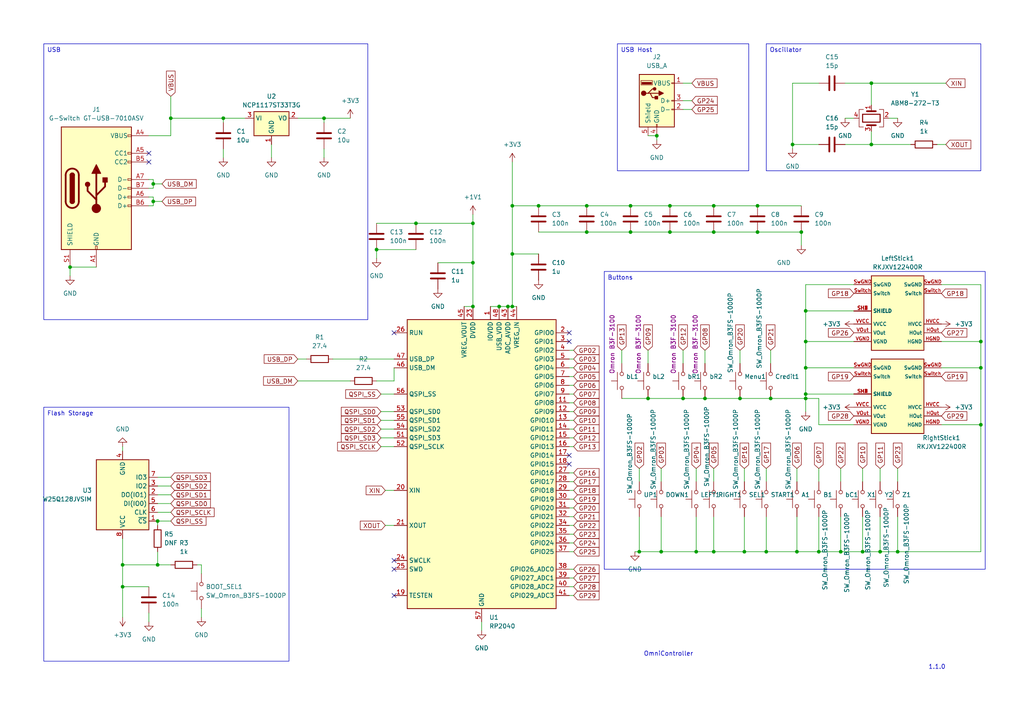
<source format=kicad_sch>
(kicad_sch (version 20250114) (generator "eeschema") (generator_version "9.0")
  (paper "A4")
  (text "1.1.0" (at 269.24 194.31 0) (effects (font (size 1.27 1.27)) (justify left bottom)))
  (text "OmniController" (at 186.69 190.5 0) (effects (font (size 1.27 1.27)) (justify left bottom)))
  (text_box "Flash Storage" (at 12.7 118.11 0) (size 71.12 73.66) (margins 0.9525 0.9525 0.9525 0.9525) (effects (font (size 1.27 1.27)) (justify left top)))
  (text_box "Buttons\n" (at 175.26 78.74 0) (size 110.49 86.36) (margins 0.9525 0.9525 0.9525 0.9525) (effects (font (size 1.27 1.27)) (justify left top)))
  (text_box "USB" (at 12.7 12.7 0) (size 93.98 80.01) (margins 0.9525 0.9525 0.9525 0.9525) (effects (font (size 1.27 1.27)) (justify left top)))
  (text_box "USB Host" (at 179.07 12.7 0) (size 38.1 36.83) (margins 0.9525 0.9525 0.9525 0.9525) (effects (font (size 1.27 1.27)) (justify left top)))
  (text_box "Oscillator\n" (at 222.25 12.7 0) (size 62.23 36.83) (margins 0.9525 0.9525 0.9525 0.9525) (effects (font (size 1.27 1.27)) (justify left top)))
  (junction (at 284.48 99.06))
  (junction (at 187.96 115.57))
  (junction (at 120.65 64.77))
  (junction (at 198.12 115.57))
  (junction (at 148.59 88.9))
  (junction (at 156.21 59.69))
  (junction (at 20.32 77.47))
  (junction (at 109.22 72.39))
  (junction (at 194.31 59.69))
  (junction (at 194.31 67.31))
  (junction (at 148.59 59.69))
  (junction (at 64.77 34.29))
  (junction (at 207.01 59.69))
  (junction (at 137.16 64.77))
  (junction (at 250.19 160.02))
  (junction (at 170.18 59.69))
  (junction (at 207.01 160.02))
  (junction (at 191.77 160.02))
  (junction (at 252.73 24.13))
  (junction (at 35.56 163.83))
  (junction (at 44.45 58.42))
  (junction (at 201.93 160.02))
  (junction (at 284.48 106.68))
  (junction (at 232.41 67.31))
  (junction (at 49.53 34.29))
  (junction (at 223.52 115.57))
  (junction (at 237.49 160.02))
  (junction (at 148.59 73.66))
  (junction (at 219.71 59.69))
  (junction (at 233.68 90.17))
  (junction (at 233.68 106.68))
  (junction (at 255.27 160.02))
  (junction (at 222.25 160.02))
  (junction (at 93.98 34.29))
  (junction (at 214.63 115.57))
  (junction (at 170.18 67.31))
  (junction (at 137.16 88.9))
  (junction (at 137.16 76.2))
  (junction (at 260.35 160.02))
  (junction (at 185.42 160.02))
  (junction (at 229.87 41.91))
  (junction (at 182.88 67.31))
  (junction (at 45.72 163.83))
  (junction (at 182.88 59.69))
  (junction (at 147.32 88.9))
  (junction (at 215.9 160.02))
  (junction (at 35.56 170.18))
  (junction (at 144.78 88.9))
  (junction (at 243.84 160.02))
  (junction (at 44.45 53.34))
  (junction (at 233.68 114.3))
  (junction (at 45.72 151.13))
  (junction (at 231.14 160.02))
  (junction (at 190.5 39.37))
  (junction (at 219.71 67.31))
  (junction (at 233.68 99.06))
  (junction (at 233.68 115.57))
  (junction (at 207.01 67.31))
  (junction (at 284.48 123.19))
  (junction (at 252.73 41.91))
  (junction (at 204.47 115.57))
  (no_connect (at 114.3 172.72))
  (no_connect (at 114.3 162.56))
  (no_connect (at 165.1 134.62))
  (no_connect (at 165.1 132.08))
  (no_connect (at 43.18 44.45))
  (no_connect (at 165.1 96.52))
  (no_connect (at 43.18 46.99))
  (no_connect (at 114.3 165.1))
  (no_connect (at 165.1 99.06))
  (no_connect (at 114.3 96.52))
  (wire (pts (xy 165.1 109.22) (xy 166.37 109.22)))
  (wire (pts (xy 45.72 151.13) (xy 45.72 152.4)))
  (wire (pts (xy 64.77 34.29) (xy 71.12 34.29)))
  (wire (pts (xy 137.16 76.2) (xy 137.16 64.77)))
  (wire (pts (xy 198.12 115.57) (xy 204.47 115.57)))
  (wire (pts (xy 255.27 160.02) (xy 250.19 160.02)))
  (wire (pts (xy 284.48 99.06) (xy 284.48 106.68)))
  (wire (pts (xy 247.65 123.19) (xy 237.49 123.19)))
  (wire (pts (xy 88.9 104.14) (xy 86.36 104.14)))
  (wire (pts (xy 243.84 149.86) (xy 243.84 160.02)))
  (wire (pts (xy 284.48 123.19) (xy 284.48 160.02)))
  (wire (pts (xy 260.35 135.89) (xy 260.35 139.7)))
  (wire (pts (xy 165.1 172.72) (xy 166.37 172.72)))
  (wire (pts (xy 207.01 59.69) (xy 219.71 59.69)))
  (wire (pts (xy 96.52 104.14) (xy 114.3 104.14)))
  (wire (pts (xy 237.49 160.02) (xy 243.84 160.02)))
  (wire (pts (xy 43.18 59.69) (xy 44.45 59.69)))
  (wire (pts (xy 57.15 163.83) (xy 58.42 163.83)))
  (wire (pts (xy 180.34 101.6) (xy 180.34 105.41)))
  (wire (pts (xy 223.52 115.57) (xy 233.68 115.57)))
  (wire (pts (xy 170.18 59.69) (xy 182.88 59.69)))
  (wire (pts (xy 148.59 46.99) (xy 148.59 59.69)))
  (wire (pts (xy 49.53 27.94) (xy 49.53 34.29)))
  (wire (pts (xy 156.21 67.31) (xy 170.18 67.31)))
  (wire (pts (xy 243.84 135.89) (xy 243.84 139.7)))
  (wire (pts (xy 185.42 135.89) (xy 185.42 139.7)))
  (wire (pts (xy 165.1 114.3) (xy 166.37 114.3)))
  (wire (pts (xy 233.68 106.68) (xy 233.68 114.3)))
  (wire (pts (xy 233.68 99.06) (xy 233.68 106.68)))
  (wire (pts (xy 255.27 135.89) (xy 255.27 139.7)))
  (wire (pts (xy 43.18 177.8) (xy 43.18 180.34)))
  (wire (pts (xy 165.1 165.1) (xy 166.37 165.1)))
  (wire (pts (xy 260.35 149.86) (xy 260.35 160.02)))
  (wire (pts (xy 165.1 149.86) (xy 166.37 149.86)))
  (wire (pts (xy 142.24 88.9) (xy 144.78 88.9)))
  (wire (pts (xy 109.22 72.39) (xy 120.65 72.39)))
  (wire (pts (xy 148.59 88.9) (xy 149.86 88.9)))
  (wire (pts (xy 207.01 135.89) (xy 207.01 139.7)))
  (wire (pts (xy 139.7 180.34) (xy 139.7 182.88)))
  (wire (pts (xy 35.56 163.83) (xy 35.56 170.18)))
  (wire (pts (xy 185.42 160.02) (xy 184.15 160.02)))
  (wire (pts (xy 45.72 160.02) (xy 45.72 163.83)))
  (wire (pts (xy 165.1 137.16) (xy 166.37 137.16)))
  (wire (pts (xy 260.35 160.02) (xy 284.48 160.02)))
  (wire (pts (xy 233.68 99.06) (xy 247.65 99.06)))
  (wire (pts (xy 86.36 34.29) (xy 93.98 34.29)))
  (wire (pts (xy 222.25 160.02) (xy 231.14 160.02)))
  (wire (pts (xy 215.9 160.02) (xy 222.25 160.02)))
  (wire (pts (xy 198.12 29.21) (xy 200.66 29.21)))
  (wire (pts (xy 156.21 59.69) (xy 170.18 59.69)))
  (wire (pts (xy 201.93 135.89) (xy 201.93 139.7)))
  (wire (pts (xy 273.05 82.55) (xy 284.48 82.55)))
  (wire (pts (xy 191.77 149.86) (xy 191.77 160.02)))
  (wire (pts (xy 214.63 101.6) (xy 214.63 105.41)))
  (wire (pts (xy 233.68 114.3) (xy 233.68 115.57)))
  (wire (pts (xy 257.81 34.29) (xy 260.35 34.29)))
  (wire (pts (xy 194.31 59.69) (xy 207.01 59.69)))
  (wire (pts (xy 252.73 38.1) (xy 252.73 41.91)))
  (wire (pts (xy 148.59 59.69) (xy 156.21 59.69)))
  (wire (pts (xy 245.11 24.13) (xy 252.73 24.13)))
  (wire (pts (xy 252.73 30.48) (xy 252.73 24.13)))
  (wire (pts (xy 20.32 77.47) (xy 20.32 80.01)))
  (wire (pts (xy 45.72 151.13) (xy 49.53 151.13)))
  (wire (pts (xy 137.16 64.77) (xy 137.16 62.23)))
  (wire (pts (xy 271.78 41.91) (xy 274.32 41.91)))
  (wire (pts (xy 110.49 121.92) (xy 114.3 121.92)))
  (wire (pts (xy 231.14 149.86) (xy 231.14 160.02)))
  (wire (pts (xy 64.77 43.18) (xy 64.77 45.72)))
  (wire (pts (xy 43.18 52.07) (xy 44.45 52.07)))
  (wire (pts (xy 222.25 135.89) (xy 222.25 139.7)))
  (wire (pts (xy 207.01 149.86) (xy 207.01 160.02)))
  (wire (pts (xy 110.49 114.3) (xy 114.3 114.3)))
  (wire (pts (xy 165.1 129.54) (xy 166.37 129.54)))
  (wire (pts (xy 215.9 135.89) (xy 215.9 139.7)))
  (wire (pts (xy 252.73 41.91) (xy 264.16 41.91)))
  (wire (pts (xy 45.72 148.59) (xy 49.53 148.59)))
  (wire (pts (xy 109.22 72.39) (xy 109.22 74.93)))
  (wire (pts (xy 187.96 39.37) (xy 190.5 39.37)))
  (wire (pts (xy 215.9 149.86) (xy 215.9 160.02)))
  (wire (pts (xy 233.68 115.57) (xy 233.68 119.38)))
  (wire (pts (xy 231.14 160.02) (xy 237.49 160.02)))
  (wire (pts (xy 247.65 114.3) (xy 233.68 114.3)))
  (wire (pts (xy 233.68 82.55) (xy 233.68 90.17)))
  (wire (pts (xy 243.84 160.02) (xy 250.19 160.02)))
  (wire (pts (xy 110.49 124.46) (xy 114.3 124.46)))
  (wire (pts (xy 111.76 152.4) (xy 114.3 152.4)))
  (wire (pts (xy 45.72 143.51) (xy 49.53 143.51)))
  (wire (pts (xy 223.52 101.6) (xy 223.52 105.41)))
  (wire (pts (xy 165.1 124.46) (xy 166.37 124.46)))
  (wire (pts (xy 165.1 111.76) (xy 166.37 111.76)))
  (wire (pts (xy 231.14 135.89) (xy 231.14 139.7)))
  (wire (pts (xy 58.42 176.53) (xy 58.42 179.07)))
  (wire (pts (xy 93.98 34.29) (xy 93.98 35.56)))
  (wire (pts (xy 214.63 115.57) (xy 223.52 115.57)))
  (wire (pts (xy 45.72 140.97) (xy 49.53 140.97)))
  (wire (pts (xy 165.1 167.64) (xy 166.37 167.64)))
  (wire (pts (xy 284.48 82.55) (xy 284.48 99.06)))
  (wire (pts (xy 237.49 24.13) (xy 229.87 24.13)))
  (wire (pts (xy 190.5 39.37) (xy 190.5 40.64)))
  (wire (pts (xy 110.49 129.54) (xy 114.3 129.54)))
  (wire (pts (xy 273.05 106.68) (xy 284.48 106.68)))
  (wire (pts (xy 43.18 54.61) (xy 44.45 54.61)))
  (wire (pts (xy 180.34 115.57) (xy 187.96 115.57)))
  (wire (pts (xy 148.59 73.66) (xy 148.59 88.9)))
  (wire (pts (xy 134.62 88.9) (xy 137.16 88.9)))
  (wire (pts (xy 233.68 90.17) (xy 233.68 99.06)))
  (wire (pts (xy 64.77 34.29) (xy 64.77 35.56)))
  (wire (pts (xy 191.77 135.89) (xy 191.77 139.7)))
  (wire (pts (xy 165.1 157.48) (xy 166.37 157.48)))
  (wire (pts (xy 237.49 149.86) (xy 237.49 160.02)))
  (wire (pts (xy 120.65 64.77) (xy 137.16 64.77)))
  (wire (pts (xy 43.18 39.37) (xy 49.53 39.37)))
  (wire (pts (xy 185.42 149.86) (xy 185.42 160.02)))
  (wire (pts (xy 147.32 88.9) (xy 148.59 88.9)))
  (wire (pts (xy 110.49 119.38) (xy 114.3 119.38)))
  (wire (pts (xy 44.45 57.15) (xy 44.45 58.42)))
  (wire (pts (xy 198.12 101.6) (xy 198.12 105.41)))
  (wire (pts (xy 165.1 139.7) (xy 166.37 139.7)))
  (wire (pts (xy 237.49 123.19) (xy 237.49 115.57)))
  (wire (pts (xy 44.45 58.42) (xy 44.45 59.69)))
  (wire (pts (xy 245.11 34.29) (xy 247.65 34.29)))
  (wire (pts (xy 233.68 106.68) (xy 247.65 106.68)))
  (wire (pts (xy 237.49 135.89) (xy 237.49 139.7)))
  (wire (pts (xy 127 76.2) (xy 137.16 76.2)))
  (wire (pts (xy 110.49 127) (xy 114.3 127)))
  (wire (pts (xy 35.56 156.21) (xy 35.56 163.83)))
  (wire (pts (xy 219.71 67.31) (xy 232.41 67.31)))
  (wire (pts (xy 165.1 152.4) (xy 166.37 152.4)))
  (wire (pts (xy 219.71 59.69) (xy 232.41 59.69)))
  (wire (pts (xy 207.01 160.02) (xy 215.9 160.02)))
  (wire (pts (xy 111.76 142.24) (xy 114.3 142.24)))
  (wire (pts (xy 144.78 88.9) (xy 147.32 88.9)))
  (wire (pts (xy 233.68 90.17) (xy 247.65 90.17)))
  (wire (pts (xy 229.87 41.91) (xy 237.49 41.91)))
  (wire (pts (xy 43.18 57.15) (xy 44.45 57.15)))
  (wire (pts (xy 250.19 135.89) (xy 250.19 139.7)))
  (wire (pts (xy 187.96 115.57) (xy 198.12 115.57)))
  (wire (pts (xy 58.42 163.83) (xy 58.42 166.37)))
  (wire (pts (xy 35.56 129.54) (xy 35.56 130.81)))
  (wire (pts (xy 44.45 58.42) (xy 46.99 58.42)))
  (wire (pts (xy 273.05 123.19) (xy 284.48 123.19)))
  (wire (pts (xy 185.42 160.02) (xy 191.77 160.02)))
  (wire (pts (xy 165.1 106.68) (xy 166.37 106.68)))
  (wire (pts (xy 137.16 88.9) (xy 137.16 76.2)))
  (wire (pts (xy 194.31 67.31) (xy 207.01 67.31)))
  (wire (pts (xy 170.18 67.31) (xy 182.88 67.31)))
  (wire (pts (xy 201.93 149.86) (xy 201.93 160.02)))
  (wire (pts (xy 114.3 110.49) (xy 114.3 106.68)))
  (wire (pts (xy 35.56 163.83) (xy 45.72 163.83)))
  (wire (pts (xy 148.59 59.69) (xy 148.59 73.66)))
  (wire (pts (xy 44.45 53.34) (xy 44.45 54.61)))
  (wire (pts (xy 191.77 160.02) (xy 201.93 160.02)))
  (wire (pts (xy 284.48 106.68) (xy 284.48 123.19)))
  (wire (pts (xy 165.1 101.6) (xy 166.37 101.6)))
  (wire (pts (xy 250.19 149.86) (xy 250.19 160.02)))
  (wire (pts (xy 229.87 24.13) (xy 229.87 41.91)))
  (wire (pts (xy 165.1 127) (xy 166.37 127)))
  (wire (pts (xy 247.65 82.55) (xy 233.68 82.55)))
  (wire (pts (xy 45.72 163.83) (xy 49.53 163.83)))
  (wire (pts (xy 182.88 59.69) (xy 194.31 59.69)))
  (wire (pts (xy 44.45 52.07) (xy 44.45 53.34)))
  (wire (pts (xy 255.27 149.86) (xy 255.27 160.02)))
  (wire (pts (xy 165.1 160.02) (xy 166.37 160.02)))
  (wire (pts (xy 187.96 101.6) (xy 187.96 105.41)))
  (wire (pts (xy 20.32 77.47) (xy 27.94 77.47)))
  (wire (pts (xy 165.1 147.32) (xy 166.37 147.32)))
  (wire (pts (xy 232.41 67.31) (xy 232.41 71.12)))
  (wire (pts (xy 204.47 101.6) (xy 204.47 105.41)))
  (wire (pts (xy 165.1 142.24) (xy 166.37 142.24)))
  (wire (pts (xy 35.56 170.18) (xy 43.18 170.18)))
  (wire (pts (xy 201.93 160.02) (xy 207.01 160.02)))
  (wire (pts (xy 260.35 160.02) (xy 255.27 160.02)))
  (wire (pts (xy 237.49 115.57) (xy 233.68 115.57)))
  (wire (pts (xy 165.1 154.94) (xy 166.37 154.94)))
  (wire (pts (xy 245.11 41.91) (xy 252.73 41.91)))
  (wire (pts (xy 78.74 41.91) (xy 78.74 45.72)))
  (wire (pts (xy 109.22 110.49) (xy 114.3 110.49)))
  (wire (pts (xy 252.73 24.13) (xy 274.32 24.13)))
  (wire (pts (xy 165.1 144.78) (xy 166.37 144.78)))
  (wire (pts (xy 49.53 34.29) (xy 64.77 34.29)))
  (wire (pts (xy 198.12 24.13) (xy 200.66 24.13)))
  (wire (pts (xy 46.99 53.34) (xy 44.45 53.34)))
  (wire (pts (xy 165.1 170.18) (xy 166.37 170.18)))
  (wire (pts (xy 165.1 119.38) (xy 166.37 119.38)))
  (wire (pts (xy 86.36 110.49) (xy 101.6 110.49)))
  (wire (pts (xy 229.87 41.91) (xy 229.87 43.18)))
  (wire (pts (xy 182.88 67.31) (xy 194.31 67.31)))
  (wire (pts (xy 165.1 104.14) (xy 166.37 104.14)))
  (wire (pts (xy 45.72 138.43) (xy 49.53 138.43)))
  (wire (pts (xy 222.25 149.86) (xy 222.25 160.02)))
  (wire (pts (xy 273.05 99.06) (xy 284.48 99.06)))
  (wire (pts (xy 35.56 170.18) (xy 35.56 179.07)))
  (wire (pts (xy 49.53 39.37) (xy 49.53 34.29)))
  (wire (pts (xy 165.1 116.84) (xy 166.37 116.84)))
  (wire (pts (xy 198.12 31.75) (xy 200.66 31.75)))
  (wire (pts (xy 207.01 67.31) (xy 219.71 67.31)))
  (wire (pts (xy 45.72 146.05) (xy 49.53 146.05)))
  (wire (pts (xy 148.59 73.66) (xy 156.21 73.66)))
  (wire (pts (xy 109.22 64.77) (xy 120.65 64.77)))
  (wire (pts (xy 93.98 34.29) (xy 101.6 34.29)))
  (wire (pts (xy 165.1 121.92) (xy 166.37 121.92)))
  (wire (pts (xy 204.47 115.57) (xy 214.63 115.57)))
  (wire (pts (xy 93.98 43.18) (xy 93.98 45.72)))
  (global_label "GP06" (shape input) (at 231.14 135.89 90) (property "Intersheetrefs" "${INTERSHEET_REFS}" (effects (hide yes))))
  (global_label "GP27" (shape input) (at 273.05 96.52 0) (property "Intersheetrefs" "${INTERSHEET_REFS}" (effects (hide yes))))
  (global_label "GP22" (shape input) (at 166.37 152.4 0) (property "Intersheetrefs" "${INTERSHEET_REFS}" (effects (hide yes))))
  (global_label "USB_DM" (shape input) (at 46.99 53.34 0) (property "Intersheetrefs" "${INTERSHEET_REFS}" (effects (hide yes))))
  (global_label "QSPI_SD0" (shape input) (at 110.49 119.38 180) (property "Intersheetrefs" "${INTERSHEET_REFS}" (effects (hide yes))))
  (global_label "XIN" (shape input) (at 274.32 24.13 0) (property "Intersheetrefs" "${INTERSHEET_REFS}" (effects (hide yes))))
  (global_label "GP02" (shape input) (at 166.37 101.6 0) (property "Intersheetrefs" "${INTERSHEET_REFS}" (effects (hide yes))))
  (global_label "QSPI_SS" (shape input) (at 110.49 114.3 180) (property "Intersheetrefs" "${INTERSHEET_REFS}" (effects (hide yes))))
  (global_label "GP28" (shape input) (at 247.65 120.65 180) (property "Intersheetrefs" "${INTERSHEET_REFS}" (effects (hide yes))))
  (global_label "GP17" (shape input) (at 166.37 139.7 0) (property "Intersheetrefs" "${INTERSHEET_REFS}" (effects (hide yes))))
  (global_label "QSPI_SD2" (shape input) (at 49.53 140.97 0) (property "Intersheetrefs" "${INTERSHEET_REFS}" (effects (hide yes))))
  (global_label "QSPI_SCLK" (shape input) (at 110.49 129.54 180) (property "Intersheetrefs" "${INTERSHEET_REFS}" (effects (hide yes))))
  (global_label "GP22" (shape input) (at 243.84 135.89 90) (property "Intersheetrefs" "${INTERSHEET_REFS}" (effects (hide yes))))
  (global_label "GP04" (shape input) (at 201.93 135.89 90) (property "Intersheetrefs" "${INTERSHEET_REFS}" (effects (hide yes))))
  (global_label "GP09" (shape input) (at 187.96 101.6 90) (property "Intersheetrefs" "${INTERSHEET_REFS}" (effects (hide yes))))
  (global_label "VBUS" (shape input) (at 200.66 24.13 0) (property "Intersheetrefs" "${INTERSHEET_REFS}" (effects (hide yes))))
  (global_label "GP05" (shape input) (at 166.37 109.22 0) (property "Intersheetrefs" "${INTERSHEET_REFS}" (effects (hide yes))))
  (global_label "GP10" (shape input) (at 250.19 135.89 90) (property "Intersheetrefs" "${INTERSHEET_REFS}" (effects (hide yes))))
  (global_label "QSPI_SD3" (shape input) (at 49.53 138.43 0) (property "Intersheetrefs" "${INTERSHEET_REFS}" (effects (hide yes))))
  (global_label "GP18" (shape input) (at 166.37 142.24 0) (property "Intersheetrefs" "${INTERSHEET_REFS}" (effects (hide yes))))
  (global_label "GP24" (shape input) (at 166.37 157.48 0) (property "Intersheetrefs" "${INTERSHEET_REFS}" (effects (hide yes))))
  (global_label "GP11" (shape input) (at 166.37 124.46 0) (property "Intersheetrefs" "${INTERSHEET_REFS}" (effects (hide yes))))
  (global_label "GP21" (shape input) (at 166.37 149.86 0) (property "Intersheetrefs" "${INTERSHEET_REFS}" (effects (hide yes))))
  (global_label "XIN" (shape input) (at 111.76 142.24 180) (property "Intersheetrefs" "${INTERSHEET_REFS}" (effects (hide yes))))
  (global_label "GP12" (shape input) (at 198.12 101.6 90) (property "Intersheetrefs" "${INTERSHEET_REFS}" (effects (hide yes))))
  (global_label "QSPI_SD2" (shape input) (at 110.49 124.46 180) (property "Intersheetrefs" "${INTERSHEET_REFS}" (effects (hide yes))))
  (global_label "QSPI_SD1" (shape input) (at 110.49 121.92 180) (property "Intersheetrefs" "${INTERSHEET_REFS}" (effects (hide yes))))
  (global_label "GP20" (shape input) (at 214.63 101.6 90) (property "Intersheetrefs" "${INTERSHEET_REFS}" (effects (hide yes))))
  (global_label "GP16" (shape input) (at 215.9 135.89 90) (property "Intersheetrefs" "${INTERSHEET_REFS}" (effects (hide yes))))
  (global_label "GP11" (shape input) (at 255.27 135.89 90) (property "Intersheetrefs" "${INTERSHEET_REFS}" (effects (hide yes))))
  (global_label "USB_DP" (shape input) (at 86.36 104.14 180) (property "Intersheetrefs" "${INTERSHEET_REFS}" (effects (hide yes))))
  (global_label "GP19" (shape input) (at 273.05 109.22 0) (property "Intersheetrefs" "${INTERSHEET_REFS}" (effects (hide yes))))
  (global_label "GP20" (shape input) (at 166.37 147.32 0) (property "Intersheetrefs" "${INTERSHEET_REFS}" (effects (hide yes))))
  (global_label "GP19" (shape input) (at 166.37 144.78 0) (property "Intersheetrefs" "${INTERSHEET_REFS}" (effects (hide yes))))
  (global_label "GP04" (shape input) (at 166.37 106.68 0) (property "Intersheetrefs" "${INTERSHEET_REFS}" (effects (hide yes))))
  (global_label "XOUT" (shape input) (at 111.76 152.4 180) (property "Intersheetrefs" "${INTERSHEET_REFS}" (effects (hide yes))))
  (global_label "GP25" (shape input) (at 166.37 160.02 0) (property "Intersheetrefs" "${INTERSHEET_REFS}" (effects (hide yes))))
  (global_label "GP10" (shape input) (at 166.37 121.92 0) (property "Intersheetrefs" "${INTERSHEET_REFS}" (effects (hide yes))))
  (global_label "GP28" (shape input) (at 166.37 170.18 0) (property "Intersheetrefs" "${INTERSHEET_REFS}" (effects (hide yes))))
  (global_label "GP13" (shape input) (at 180.34 101.6 90) (property "Intersheetrefs" "${INTERSHEET_REFS}" (effects (hide yes))))
  (global_label "GP26" (shape input) (at 166.37 165.1 0) (property "Intersheetrefs" "${INTERSHEET_REFS}" (effects (hide yes))))
  (global_label "GP24" (shape input) (at 200.66 29.21 0) (property "Intersheetrefs" "${INTERSHEET_REFS}" (effects (hide yes))))
  (global_label "GP09" (shape input) (at 166.37 119.38 0) (property "Intersheetrefs" "${INTERSHEET_REFS}" (effects (hide yes))))
  (global_label "GP13" (shape input) (at 166.37 129.54 0) (property "Intersheetrefs" "${INTERSHEET_REFS}" (effects (hide yes))))
  (global_label "GP07" (shape input) (at 166.37 114.3 0) (property "Intersheetrefs" "${INTERSHEET_REFS}" (effects (hide yes))))
  (global_label "QSPI_SS" (shape input) (at 49.53 151.13 0) (property "Intersheetrefs" "${INTERSHEET_REFS}" (effects (hide yes))))
  (global_label "USB_DP" (shape input) (at 46.99 58.42 0) (property "Intersheetrefs" "${INTERSHEET_REFS}" (effects (hide yes))))
  (global_label "XOUT" (shape input) (at 274.32 41.91 0) (property "Intersheetrefs" "${INTERSHEET_REFS}" (effects (hide yes))))
  (global_label "QSPI_SCLK" (shape input) (at 49.53 148.59 0) (property "Intersheetrefs" "${INTERSHEET_REFS}" (effects (hide yes))))
  (global_label "GP03" (shape input) (at 191.77 135.89 90) (property "Intersheetrefs" "${INTERSHEET_REFS}" (effects (hide yes))))
  (global_label "GP03" (shape input) (at 166.37 104.14 0) (property "Intersheetrefs" "${INTERSHEET_REFS}" (effects (hide yes))))
  (global_label "GP27" (shape input) (at 166.37 167.64 0) (property "Intersheetrefs" "${INTERSHEET_REFS}" (effects (hide yes))))
  (global_label "GP16" (shape input) (at 166.37 137.16 0) (property "Intersheetrefs" "${INTERSHEET_REFS}" (effects (hide yes))))
  (global_label "GP26" (shape input) (at 247.65 96.52 180) (property "Intersheetrefs" "${INTERSHEET_REFS}" (effects (hide yes))))
  (global_label "QSPI_SD3" (shape input) (at 110.49 127 180) (property "Intersheetrefs" "${INTERSHEET_REFS}" (effects (hide yes))))
  (global_label "GP07" (shape input) (at 237.49 135.89 90) (property "Intersheetrefs" "${INTERSHEET_REFS}" (effects (hide yes))))
  (global_label "GP02" (shape input) (at 185.42 135.89 90) (property "Intersheetrefs" "${INTERSHEET_REFS}" (effects (hide yes))))
  (global_label "USB_DM" (shape input) (at 86.36 110.49 180) (property "Intersheetrefs" "${INTERSHEET_REFS}" (effects (hide yes))))
  (global_label "GP18" (shape input) (at 247.65 85.09 180) (property "Intersheetrefs" "${INTERSHEET_REFS}" (effects (hide yes))))
  (global_label "GP12" (shape input) (at 166.37 127 0) (property "Intersheetrefs" "${INTERSHEET_REFS}" (effects (hide yes))))
  (global_label "GP25" (shape input) (at 200.66 31.75 0) (property "Intersheetrefs" "${INTERSHEET_REFS}" (effects (hide yes))))
  (global_label "GP23" (shape input) (at 166.37 154.94 0) (property "Intersheetrefs" "${INTERSHEET_REFS}" (effects (hide yes))))
  (global_label "GP08" (shape input) (at 166.37 116.84 0) (property "Intersheetrefs" "${INTERSHEET_REFS}" (effects (hide yes))))
  (global_label "GP19" (shape input) (at 247.65 109.22 180) (property "Intersheetrefs" "${INTERSHEET_REFS}" (effects (hide yes))))
  (global_label "GP08" (shape input) (at 204.47 101.6 90) (property "Intersheetrefs" "${INTERSHEET_REFS}" (effects (hide yes))))
  (global_label "GP29" (shape input) (at 273.05 120.65 0) (property "Intersheetrefs" "${INTERSHEET_REFS}" (effects (hide yes))))
  (global_label "VBUS" (shape input) (at 49.53 27.94 90) (property "Intersheetrefs" "${INTERSHEET_REFS}" (effects (hide yes))))
  (global_label "QSPI_SD1" (shape input) (at 49.53 143.51 0) (property "Intersheetrefs" "${INTERSHEET_REFS}" (effects (hide yes))))
  (global_label "GP05" (shape input) (at 207.01 135.89 90) (property "Intersheetrefs" "${INTERSHEET_REFS}" (effects (hide yes))))
  (global_label "GP06" (shape input) (at 166.37 111.76 0) (property "Intersheetrefs" "${INTERSHEET_REFS}" (effects (hide yes))))
  (global_label "GP21" (shape input) (at 223.52 101.6 90) (property "Intersheetrefs" "${INTERSHEET_REFS}" (effects (hide yes))))
  (global_label "GP23" (shape input) (at 260.35 135.89 90) (property "Intersheetrefs" "${INTERSHEET_REFS}" (effects (hide yes))))
  (global_label "GP18" (shape input) (at 273.05 85.09 0) (property "Intersheetrefs" "${INTERSHEET_REFS}" (effects (hide yes))))
  (global_label "QSPI_SD0" (shape input) (at 49.53 146.05 0) (property "Intersheetrefs" "${INTERSHEET_REFS}" (effects (hide yes))))
  (global_label "GP29" (shape input) (at 166.37 172.72 0) (property "Intersheetrefs" "${INTERSHEET_REFS}" (effects (hide yes))))
  (global_label "GP17" (shape input) (at 222.25 135.89 90) (property "Intersheetrefs" "${INTERSHEET_REFS}" (effects (hide yes))))
  (symbol (lib_id "Device:C") (at 64.77 39.37 0) (unit 1)
    (property "Reference" "C1" (at 68.58 38.1 0) (effects (justify left)))
    (property "Value" "10u" (at 68.58 40.64 0) (effects (justify left)))
    (property "Footprint" "Capacitor_SMD:C_0805_2012Metric" (effects (hide yes)))
  )
  (symbol (lib_id "Device:C") (at 232.41 63.5 0) (unit 1)
    (property "Reference" "C9" (at 236.22 62.23 0) (effects (justify left)))
    (property "Value" "100n" (at 236.22 64.77 0) (effects (justify left)))
    (property "Footprint" "Capacitor_SMD:C_0805_2012Metric" (effects (hide yes)))
  )
  (symbol (lib_id "power:+3V3") (at 273.05 93.98 270) (unit 1)
    (property "Reference" "#PWR023" (effects (hide yes)))
    (property "Value" "+3V3" (at 276.86 93.98 90) (effects (justify left)))
  )
  (symbol (lib_id "power:GND") (at 260.35 34.29 0) (unit 1)
    (property "Reference" "#PWR016" (effects (hide yes)))
    (property "Value" "GND" (at 260.35 39.37 0))
  )
  (symbol (lib_id "Device:C") (at 241.3 24.13 90) (unit 1)
    (property "Reference" "C15" (at 241.3 16.51 90))
    (property "Value" "15p" (at 241.3 19.05 90))
    (property "Footprint" "Capacitor_SMD:C_0805_2012Metric" (effects (hide yes)))
  )
  (symbol (lib_id "power:GND") (at 232.41 71.12 0) (unit 1)
    (property "Reference" "#PWR06" (effects (hide yes)))
    (property "Value" "GND" (at 227.33 76.2 0))
  )
  (symbol (lib_id "Device:C") (at 127 80.01 0) (unit 1)
    (property "Reference" "C11" (at 130.81 78.74 0) (effects (justify left)))
    (property "Value" "1u" (at 130.81 81.28 0) (effects (justify left)))
    (property "Footprint" "Capacitor_SMD:C_0805_2012Metric" (effects (hide yes)))
  )
  (symbol (lib_id "Switch:SW_Omron_B3FS") (at 201.93 144.78 90) (unit 1)
    (property "Reference" "LEFT1" (at 203.2 143.51 90) (effects (justify right)))
    (property "Value" "SW_Omron_B3FS-1000P" (at 204.978 117.856 0) (effects (justify right)))
    (property "Footprint" "Button_Switch_SMD:SW_SPST_Omron_B3FS-100xP" (effects (hide yes)))
    (property "Datasheet" "https://omronfs.omron.com/en_US/ecb/products/pdf/en-b3fs.pdf" (effects (hide yes)))
  )
  (symbol (lib_id "power:+1V1") (at 137.16 62.23 0) (unit 1)
    (property "Reference" "#PWR010" (effects (hide yes)))
    (property "Value" "+1V1" (at 137.16 57.15 0))
  )
  (symbol (lib_id "power:+3V3") (at 35.56 179.07 180) (unit 1)
    (property "Reference" "#PWR013" (effects (hide yes)))
    (property "Value" "+3V3" (at 35.56 184.15 0))
  )
  (symbol (lib_id "Switch:SW_Omron_B3FS") (at 187.96 110.49 90) (unit 1)
    (property "Reference" "bL2" (at 189.23 109.22 90) (effects (justify right)))
    (property "Value" "SW_B3F-3100" (effects (hide yes)))
    (property "Footprint" "Buttons:SW_B3F-3100" (effects (hide yes)))
    (property "Datasheet" "https://omronfs.omron.com/en_US/ecb/products/pdf/en-b3f.pdf" (effects (hide yes)))
    (property "Description" "Omron B3F-3100" (at 185.166 99.822 0))
  )
  (symbol (lib_id "power:GND") (at 109.22 74.93 0) (unit 1)
    (property "Reference" "#PWR011" (effects (hide yes)))
    (property "Value" "GND" (at 109.22 80.01 0))
  )
  (symbol (lib_id "power:+3V3") (at 273.05 118.11 270) (unit 1)
    (property "Reference" "#PWR024" (effects (hide yes)))
    (property "Value" "+3V3" (at 276.86 118.11 90) (effects (justify left)))
  )
  (symbol (lib_id "Switch:SW_Omron_B3FS") (at 180.34 110.49 90) (unit 1)
    (property "Reference" "bL1" (at 181.61 109.22 90) (effects (justify right)))
    (property "Value" "SW_B3F-3100" (effects (hide yes)))
    (property "Footprint" "Buttons:SW_B3F-3100" (effects (hide yes)))
    (property "Datasheet" "https://omronfs.omron.com/en_US/ecb/products/pdf/en-b3f.pdf" (effects (hide yes)))
    (property "Description" "Omron B3F-3100" (at 177.546 99.822 0))
  )
  (symbol (lib_id "Device:C") (at 207.01 63.5 0) (unit 1)
    (property "Reference" "C7" (at 210.82 62.23 0) (effects (justify left)))
    (property "Value" "100n" (at 210.82 64.77 0) (effects (justify left)))
    (property "Footprint" "Capacitor_SMD:C_0805_2012Metric" (effects (hide yes)))
  )
  (symbol (lib_id "Device:C") (at 241.3 41.91 90) (unit 1)
    (property "Reference" "C16" (at 241.3 34.29 90))
    (property "Value" "15p" (at 241.3 36.83 90))
    (property "Footprint" "Capacitor_SMD:C_0805_2012Metric" (effects (hide yes)))
  )
  (symbol (lib_id "power:GND") (at 229.87 43.18 0) (unit 1)
    (property "Reference" "#PWR018" (effects (hide yes)))
    (property "Value" "GND" (at 229.87 48.26 0))
  )
  (symbol (lib_id "power:GND") (at 93.98 45.72 0) (unit 1)
    (property "Reference" "#PWR05" (effects (hide yes)))
    (property "Value" "GND" (at 93.98 50.8 0))
  )
  (symbol (lib_id "power:GND") (at 20.32 80.01 0) (unit 1)
    (property "Reference" "#PWR01" (effects (hide yes)))
    (property "Value" "GND" (at 20.32 85.09 0))
  )
  (symbol (lib_id "power:GND") (at 127 83.82 0) (unit 1)
    (property "Reference" "#PWR09" (effects (hide yes)))
    (property "Value" "GND" (at 127 88.9 0))
  )
  (symbol (lib_id "Device:C") (at 109.22 68.58 0) (unit 1)
    (property "Reference" "C13" (at 113.03 67.31 0) (effects (justify left)))
    (property "Value" "100n" (at 113.03 69.85 0) (effects (justify left)))
    (property "Footprint" "Capacitor_SMD:C_0805_2012Metric" (effects (hide yes)))
  )
  (symbol (lib_id "power:GND") (at 58.42 179.07 0) (unit 1)
    (property "Reference" "#PWR015" (effects (hide yes)))
    (property "Value" "GND" (at 58.42 184.15 0))
  )
  (symbol (lib_id "power:GND") (at 35.56 129.54 180) (unit 1)
    (property "Reference" "#PWR012" (effects (hide yes)))
    (property "Value" "GND" (at 35.56 124.46 0))
  )
  (symbol (lib_id "Device:C") (at 43.18 173.99 0) (unit 1)
    (property "Reference" "C14" (at 46.99 172.72 0) (effects (justify left)))
    (property "Value" "100n" (at 46.99 175.26 0) (effects (justify left)))
    (property "Footprint" "Capacitor_SMD:C_0805_2012Metric" (effects (hide yes)))
  )
  (symbol (lib_id "Device:R") (at 45.72 156.21 180) (unit 1) (exclude_from_sim yes) (in_bom no) (on_board no)
    (property "Reference" "R5" (at 47.6229 154.94 0) (effects (justify right)))
    (property "Value" "DNF" (at 47.6229 157.48 0) (effects (justify right)))
    (property "Footprint" "Capacitor_SMD:C_0805_2012Metric" (effects (hide yes)))
  )
  (symbol (lib_id "Device:Crystal_GND24") (at 252.73 34.29 270) (unit 1)
    (property "Reference" "Y1" (at 265.43 27.3619 90))
    (property "Value" "ABM8-272-T3" (at 265.43 29.9019 90))
    (property "Footprint" "Crystal:Crystal_SMD_3225-4Pin_3.2x2.5mm" (effects (hide yes)))
  )
  (symbol (lib_id "Device:C") (at 93.98 39.37 0) (unit 1)
    (property "Reference" "C2" (at 97.79 38.1 0) (effects (justify left)))
    (property "Value" "10u" (at 97.79 40.64 0) (effects (justify left)))
    (property "Footprint" "Capacitor_SMD:C_0805_2012Metric" (effects (hide yes)))
  )
  (symbol (lib_id "Switch:SW_Omron_B3FS") (at 198.12 110.49 90) (unit 1)
    (property "Reference" "bR1" (at 199.39 109.22 90) (effects (justify right)))
    (property "Value" "SW_B3F-3100" (effects (hide yes)))
    (property "Footprint" "Buttons:SW_B3F-3100" (effects (hide yes)))
    (property "Datasheet" "https://omronfs.omron.com/en_US/ecb/products/pdf/en-b3f.pdf" (effects (hide yes)))
    (property "Description" "Omron B3F-3100" (at 195.326 99.822 0))
  )
  (symbol (lib_id "Device:R") (at 267.97 41.91 90) (unit 1)
    (property "Reference" "R4" (at 267.97 35.56 90))
    (property "Value" "1k" (at 267.97 38.1 90))
    (property "Footprint" "Capacitor_SMD:C_0805_2012Metric" (effects (hide yes)))
  )
  (symbol (lib_id "Device:C") (at 219.71 63.5 0) (unit 1)
    (property "Reference" "C8" (at 223.52 62.23 0) (effects (justify left)))
    (property "Value" "100n" (at 223.52 64.77 0) (effects (justify left)))
    (property "Footprint" "Capacitor_SMD:C_0805_2012Metric" (effects (hide yes)))
  )
  (symbol (lib_id "power:GND") (at 139.7 182.88 0) (unit 1)
    (property "Reference" "#PWR019" (effects (hide yes)))
    (property "Value" "GND" (at 139.7 187.96 0))
  )
  (symbol (lib_id "Device:R") (at 53.34 163.83 90) (unit 1)
    (property "Reference" "R3" (at 53.34 157.48 90))
    (property "Value" "1k" (at 53.34 160.02 90))
    (property "Footprint" "Capacitor_SMD:C_0805_2012Metric" (effects (hide yes)))
  )
  (symbol (lib_id "Memory_Flash:W25Q128JVS") (at 35.56 143.51 180) (unit 1)
    (property "Reference" "U3" (at 26.67 142.24 0) (effects (justify left)))
    (property "Value" "W25Q128JVSIM" (at 26.67 144.78 0) (effects (justify left)))
    (property "Footprint" "Package_SO:SOIC-8_5.23x5.23mm_P1.27mm" (effects (hide yes)))
    (property "Datasheet" "http://www.winbond.com/resource-files/w25q128jv_dtr%20revc%2003272018%20plus.pdf" (effects (hide yes)))
  )
  (symbol (lib_id "power:GND") (at 64.77 45.72 0) (unit 1)
    (property "Reference" "#PWR03" (effects (hide yes)))
    (property "Value" "GND" (at 64.77 50.8 0))
  )
  (symbol (lib_id "Switch:SW_Omron_B3FS") (at 185.42 144.78 90) (unit 1)
    (property "Reference" "UP1" (at 186.69 143.51 90) (effects (justify right)))
    (property "Value" "SW_Omron_B3FS-1000P" (at 182.626 119.888 0) (effects (justify right)))
    (property "Footprint" "Button_Switch_SMD:SW_SPST_Omron_B3FS-100xP" (effects (hide yes)))
    (property "Datasheet" "https://omronfs.omron.com/en_US/ecb/products/pdf/en-b3fs.pdf" (effects (hide yes)))
  )
  (symbol (lib_id "Switch:SW_Omron_B3FS") (at 214.63 110.49 90) (unit 1)
    (property "Reference" "Menu1" (at 215.9 109.22 90) (effects (justify right)))
    (property "Value" "SW_Omron_B3FS-1000P" (at 211.836 84.836 0) (effects (justify right)))
    (property "Footprint" "Button_Switch_SMD:SW_SPST_Omron_B3FS-100xP" (effects (hide yes)))
    (property "Datasheet" "https://omronfs.omron.com/en_US/ecb/products/pdf/en-b3fs.pdf" (effects (hide yes)))
  )
  (symbol (lib_id "Connector:USB_A") (at 190.5 29.21 0) (unit 1)
    (property "Reference" "J2" (at 190.5 16.51 0))
    (property "Value" "USB_A" (at 190.5 19.05 0))
    (property "Footprint" "Connector_USB:USB_A_Receptacle_GCT_USB1046" (effects (hide yes)))
    (property "Datasheet" "https://mm.digikey.com/Volume0/opasdata/d220001/medias/docus/5335/USB1046_Spec.pdf" (effects (hide yes)))
    (property "Description" "USB Type A connector" (effects (hide yes)))
  )
  (symbol (lib_id "Device:C") (at 120.65 68.58 0) (unit 1)
    (property "Reference" "C12" (at 124.46 67.31 0) (effects (justify left)))
    (property "Value" "100n" (at 124.46 69.85 0) (effects (justify left)))
    (property "Footprint" "Capacitor_SMD:C_0805_2012Metric" (effects (hide yes)))
  )
  (symbol (lib_id "Switch:SW_Omron_B3FS") (at 243.84 144.78 90) (unit 1)
    (property "Reference" "bC1" (at 245.11 143.51 90) (effects (justify right)))
    (property "Value" "SW_Omron_B3FS-1000P" (at 245.618 148.59 0) (effects (justify right)))
    (property "Footprint" "Button_Switch_SMD:SW_SPST_Omron_B3FS-100xP" (effects (hide yes)))
    (property "Datasheet" "https://omronfs.omron.com/en_US/ecb/products/pdf/en-b3fs.pdf" (effects (hide yes)))
  )
  (symbol (lib_id "Device:C") (at 156.21 77.47 0) (unit 1)
    (property "Reference" "C10" (at 160.02 76.2 0) (effects (justify left)))
    (property "Value" "1u" (at 160.02 78.74 0) (effects (justify left)))
    (property "Footprint" "Capacitor_SMD:C_0805_2012Metric" (effects (hide yes)))
  )
  (symbol (lib_id "Switch:SW_Omron_B3FS") (at 191.77 144.78 90) (unit 1)
    (property "Reference" "DOWN1" (at 193.04 143.51 90) (effects (justify right)))
    (property "Value" "SW_Omron_B3FS-1000P" (at 189.484 118.618 0) (effects (justify right)))
    (property "Footprint" "Button_Switch_SMD:SW_SPST_Omron_B3FS-100xP" (effects (hide yes)))
    (property "Datasheet" "https://omronfs.omron.com/en_US/ecb/products/pdf/en-b3fs.pdf" (effects (hide yes)))
  )
  (symbol (lib_id "power:GND") (at 245.11 34.29 0) (unit 1)
    (property "Reference" "#PWR017" (effects (hide yes)))
    (property "Value" "GND" (at 245.11 39.37 0))
  )
  (symbol (lib_id "Switch:SW_Omron_B3FS") (at 255.27 144.78 90) (unit 1)
    (property "Reference" "Y2" (at 256.54 143.51 90) (effects (justify right)))
    (property "Value" "SW_Omron_B3FS-1000P" (at 257.048 147.066 0) (effects (justify right)))
    (property "Footprint" "Button_Switch_SMD:SW_SPST_Omron_B3FS-100xP" (effects (hide yes)))
    (property "Datasheet" "https://omronfs.omron.com/en_US/ecb/products/pdf/en-b3fs.pdf" (effects (hide yes)))
  )
  (symbol (lib_id "Switch:SW_Omron_B3FS") (at 222.25 144.78 90) (unit 1)
    (property "Reference" "START1" (at 223.52 143.51 90) (effects (justify right)))
    (property "Value" "SW_Omron_B3FS-1000P" (at 219.71 118.618 0) (effects (justify right)))
    (property "Footprint" "Button_Switch_SMD:SW_SPST_Omron_B3FS-100xP" (effects (hide yes)))
    (property "Datasheet" "https://omronfs.omron.com/en_US/ecb/products/pdf/en-b3fs.pdf" (effects (hide yes)))
  )
  (symbol (lib_id "Switch:SW_Omron_B3FS") (at 223.52 110.49 90) (unit 1)
    (property "Reference" "Credit1" (at 224.79 109.22 90) (effects (justify right)))
    (property "Value" "SW_Omron_B3FS-1000P" (at 220.218 83.566 0) (effects (justify right)))
    (property "Footprint" "Button_Switch_SMD:SW_SPST_Omron_B3FS-100xP" (effects (hide yes)))
    (property "Datasheet" "https://omronfs.omron.com/en_US/ecb/products/pdf/en-b3fs.pdf" (effects (hide yes)))
  )
  (symbol (lib_id "power:GND") (at 156.21 81.28 0) (unit 1)
    (property "Reference" "#PWR07" (effects (hide yes)))
    (property "Value" "GND" (at 156.21 86.36 0))
  )
  (symbol (lib_id "Switch:SW_Omron_B3FS") (at 58.42 171.45 90) (unit 1)
    (property "Reference" "BOOT_SEL1" (at 59.69 170.18 90) (effects (justify right)))
    (property "Value" "SW_Omron_B3FS-1000P" (at 59.69 172.72 90) (effects (justify right)))
    (property "Footprint" "Button_Switch_SMD:SW_SPST_Omron_B3FS-100xP" (effects (hide yes)))
    (property "Datasheet" "https://omronfs.omron.com/en_US/ecb/products/pdf/en-b3fs.pdf" (effects (hide yes)))
  )
  (symbol (lib_id "Device:C") (at 194.31 63.5 0) (unit 1)
    (property "Reference" "C6" (at 198.12 62.23 0) (effects (justify left)))
    (property "Value" "100n" (at 198.12 64.77 0) (effects (justify left)))
    (property "Footprint" "Capacitor_SMD:C_0805_2012Metric" (effects (hide yes)))
  )
  (symbol (lib_id "power:GND") (at 233.68 119.38 0) (unit 1)
    (property "Reference" "#PWR021" (effects (hide yes)))
    (property "Value" "GND" (at 233.68 124.46 0))
  )
  (symbol (lib_id "power:GND") (at 184.15 160.02 0) (unit 1)
    (property "Reference" "#PWR020" (effects (hide yes)))
    (property "Value" "GND" (at 184.15 165.1 0))
  )
  (symbol (lib_id "power:GND") (at 190.5 40.64 0) (unit 1)
    (property "Reference" "#PWR026" (effects (hide yes)))
    (property "Value" "GND" (at 190.5 45.72 0))
  )
  (symbol (lib_id "Connector:USB_C_Receptacle_USB2.0_14P") (at 27.94 54.61 0) (unit 1)
    (property "Reference" "J1" (at 27.94 31.75 0))
    (property "Value" "G-Switch GT-USB-7010ASV" (at 27.94 34.29 0))
    (property "Footprint" "Connector_USB:USB_C_Receptacle_G-Switch_GT-USB-7010ASV" (effects (hide yes)))
    (property "Datasheet" "https://www.lcsc.com/datasheet/lcsc_datasheet_2411221125_G-Switch-GT-USB-7010ASV_C2988369.pdf" (effects (hide yes)))
  )
  (symbol (lib_id "power:GND") (at 43.18 180.34 0) (unit 1)
    (property "Reference" "#PWR014" (effects (hide yes)))
    (property "Value" "GND" (at 43.18 185.42 0))
  )
  (symbol (lib_id "Controllers_library:ALPS_Electric_RKJXV1220001") (at 260.35 110.49 0) (unit 1)
    (property "Reference" "RightStick1" (at 273.05 127 0))
    (property "Value" "RKJXV122400R" (at 273.05 129.54 0))
    (property "Footprint" "Controllers:SW_RKJXV122400R" (effects (hide yes)))
    (property "Datasheet" "https://tech.alpsalpine.com/e/products/detail/RKJXV122400R/" (effects (hide yes)))
  )
  (symbol (lib_id "power:+3V3") (at 148.59 46.99 0) (unit 1)
    (property "Reference" "#PWR08" (effects (hide yes)))
    (property "Value" "+3V3" (at 148.59 41.91 0))
  )
  (symbol (lib_id "Regulator_Linear:NCP1117-3.3_SOT223") (at 78.74 34.29 0) (unit 1)
    (property "Reference" "U2" (at 78.74 27.94 0))
    (property "Value" "NCP1117ST33T3G" (at 78.74 30.48 0))
    (property "Footprint" "Package_TO_SOT_SMD:SOT-223-3_TabPin2" (effects (hide yes)))
    (property "Datasheet" "http://www.onsemi.com/pub_link/Collateral/NCP1117-D.PDF" (effects (hide yes)))
  )
  (symbol (lib_id "Switch:SW_Omron_B3FS") (at 204.47 110.49 90) (unit 1)
    (property "Reference" "bR2" (at 205.74 109.22 90) (effects (justify right)))
    (property "Value" "SW_B3F-3100" (effects (hide yes)))
    (property "Footprint" "Buttons:SW_B3F-3100" (effects (hide yes)))
    (property "Datasheet" "https://omronfs.omron.com/en_US/ecb/products/pdf/en-b3f.pdf" (effects (hide yes)))
    (property "Description" "Omron B3F-3100" (at 201.676 99.822 0))
  )
  (symbol (lib_id "Device:R") (at 105.41 110.49 90) (unit 1)
    (property "Reference" "R2" (at 105.41 104.14 90))
    (property "Value" "27.4" (at 105.41 106.68 90))
    (property "Footprint" "Capacitor_SMD:C_0805_2012Metric" (effects (hide yes)))
  )
  (symbol (lib_id "Device:C") (at 170.18 63.5 0) (unit 1)
    (property "Reference" "C4" (at 173.99 62.23 0) (effects (justify left)))
    (property "Value" "100n" (at 173.99 64.77 0) (effects (justify left)))
    (property "Footprint" "Capacitor_SMD:C_0805_2012Metric" (effects (hide yes)))
  )
  (symbol (lib_id "Switch:SW_Omron_B3FS") (at 231.14 144.78 90) (unit 1)
    (property "Reference" "A1" (at 232.41 143.51 90) (effects (justify right)))
    (property "Value" "SW_Omron_B3FS-1000P" (at 228.6 118.618 0) (effects (justify right)))
    (property "Footprint" "Button_Switch_SMD:SW_SPST_Omron_B3FS-100xP" (effects (hide yes)))
    (property "Datasheet" "https://omronfs.omron.com/en_US/ecb/products/pdf/en-b3fs.pdf" (effects (hide yes)))
  )
  (symbol (lib_id "Switch:SW_Omron_B3FS") (at 237.49 144.78 90) (unit 1)
    (property "Reference" "B1" (at 238.76 143.51 90) (effects (justify right)))
    (property "Value" "SW_Omron_B3FS-1000P" (at 239.268 147.828 0) (effects (justify right)))
    (property "Footprint" "Button_Switch_SMD:SW_SPST_Omron_B3FS-100xP" (effects (hide yes)))
    (property "Datasheet" "https://omronfs.omron.com/en_US/ecb/products/pdf/en-b3fs.pdf" (effects (hide yes)))
  )
  (symbol (lib_id "Device:C") (at 156.21 63.5 0) (unit 1)
    (property "Reference" "C3" (at 160.02 62.23 0) (effects (justify left)))
    (property "Value" "100n" (at 160.02 64.77 0) (effects (justify left)))
    (property "Footprint" "Capacitor_SMD:C_0805_2012Metric" (effects (hide yes)))
  )
  (symbol (lib_id "power:GND") (at 78.74 45.72 0) (unit 1)
    (property "Reference" "#PWR04" (effects (hide yes)))
    (property "Value" "GND" (at 78.74 50.8 0))
  )
  (symbol (lib_id "Switch:SW_Omron_B3FS") (at 260.35 144.78 90) (unit 1)
    (property "Reference" "Z1" (at 261.62 143.51 90) (effects (justify right)))
    (property "Value" "SW_Omron_B3FS-1000P" (at 262.89 146.05 0) (effects (justify right)))
    (property "Footprint" "Button_Switch_SMD:SW_SPST_Omron_B3FS-100xP" (effects (hide yes)))
    (property "Datasheet" "https://omronfs.omron.com/en_US/ecb/products/pdf/en-b3fs.pdf" (effects (hide yes)))
  )
  (symbol (lib_id "Device:R") (at 92.71 104.14 90) (unit 1)
    (property "Reference" "R1" (at 92.71 97.79 90))
    (property "Value" "27.4" (at 92.71 100.33 90))
    (property "Footprint" "Capacitor_SMD:C_0805_2012Metric" (effects (hide yes)))
  )
  (symbol (lib_id "power:+3V3") (at 247.65 93.98 90) (unit 1)
    (property "Reference" "#PWR022" (effects (hide yes)))
    (property "Value" "+3V3" (at 243.84 93.98 90) (effects (justify left)))
  )
  (symbol (lib_id "Switch:SW_Omron_B3FS") (at 250.19 144.78 90) (unit 1)
    (property "Reference" "X1" (at 251.46 143.51 90) (effects (justify right)))
    (property "Value" "SW_Omron_B3FS-1000P" (at 251.714 147.828 0) (effects (justify right)))
    (property "Footprint" "Button_Switch_SMD:SW_SPST_Omron_B3FS-100xP" (effects (hide yes)))
    (property "Datasheet" "https://omronfs.omron.com/en_US/ecb/products/pdf/en-b3fs.pdf" (effects (hide yes)))
  )
  (symbol (lib_id "Device:C") (at 182.88 63.5 0) (unit 1)
    (property "Reference" "C5" (at 186.69 62.23 0) (effects (justify left)))
    (property "Value" "100n" (at 186.69 64.77 0) (effects (justify left)))
    (property "Footprint" "Capacitor_SMD:C_0805_2012Metric" (effects (hide yes)))
  )
  (symbol (lib_id "Switch:SW_Omron_B3FS") (at 215.9 144.78 90) (unit 1)
    (property "Reference" "SEL1" (at 217.17 143.51 90) (effects (justify right)))
    (property "Value" "SW_Omron_B3FS-1000P" (at 213.36 118.618 0) (effects (justify right)))
    (property "Footprint" "Button_Switch_SMD:SW_SPST_Omron_B3FS-100xP" (effects (hide yes)))
    (property "Datasheet" "https://omronfs.omron.com/en_US/ecb/products/pdf/en-b3fs.pdf" (effects (hide yes)))
  )
  (symbol (lib_name "ALPS_Electric_RKJXV1220001_1") (lib_id "Controllers_library:ALPS_Electric_RKJXV1220001") (at 260.35 86.36 0) (unit 1)
    (property "Reference" "LeftStick1" (at 260.35 74.93 0))
    (property "Value" "RKJXV122400R" (at 260.35 77.47 0))
    (property "Footprint" "Controllers:SW_RKJXV122400R" (effects (hide yes)))
    (property "Datasheet" "https://tech.alpsalpine.com/e/products/detail/RKJXV122400R/" (effects (hide yes)))
  )
  (symbol (lib_id "power:+3V3") (at 247.65 118.11 90) (unit 1)
    (property "Reference" "#PWR025" (effects (hide yes)))
    (property "Value" "+3V3" (at 243.84 118.11 90) (effects (justify left)))
  )
  (symbol (lib_id "Switch:SW_Omron_B3FS") (at 207.01 144.78 90) (unit 1)
    (property "Reference" "RIGHT1" (at 208.28 143.51 90) (effects (justify right)))
    (property "Value" "SW_Omron_B3FS-1000P" (at 199.136 118.618 0) (effects (justify right)))
    (property "Footprint" "Button_Switch_SMD:SW_SPST_Omron_B3FS-100xP" (effects (hide yes)))
    (property "Datasheet" "https://omronfs.omron.com/en_US/ecb/products/pdf/en-b3fs.pdf" (effects (hide yes)))
  )
  (symbol (lib_id "MCU_RaspberryPi:RP2040") (at 139.7 134.62 0) (unit 1)
    (property "Reference" "U1" (at 141.8941 179.07 0) (effects (justify left)))
    (property "Value" "RP2040" (at 141.8941 181.61 0) (effects (justify left)))
    (property "Footprint" "Package_DFN_QFN:QFN-56-1EP_7x7mm_P0.4mm_EP3.2x3.2mm" (effects (hide yes)))
    (property "Datasheet" "https://datasheets.raspberrypi.com/rp2040/rp2040-datasheet.pdf" (effects (hide yes)))
  )
  (symbol (lib_id "power:+3V3") (at 101.6 34.29 0) (unit 1)
    (property "Reference" "#PWR02" (effects (hide yes)))
    (property "Value" "+3V3" (at 101.6 29.21 0))
  )
)
</source>
